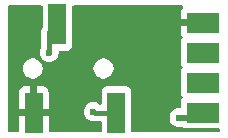
<source format=gbr>
%TF.GenerationSoftware,KiCad,Pcbnew,8.0.7*%
%TF.CreationDate,2025-02-04T22:08:06-05:00*%
%TF.ProjectId,GSCARTSW_RT4K,47534341-5254-4535-975f-5254344b2e6b,rev?*%
%TF.SameCoordinates,Original*%
%TF.FileFunction,Copper,L1,Top*%
%TF.FilePolarity,Positive*%
%FSLAX46Y46*%
G04 Gerber Fmt 4.6, Leading zero omitted, Abs format (unit mm)*
G04 Created by KiCad (PCBNEW 8.0.7) date 2025-02-04 22:08:06*
%MOMM*%
%LPD*%
G01*
G04 APERTURE LIST*
%TA.AperFunction,SMDPad,CuDef*%
%ADD10R,2.700000X1.700000*%
%TD*%
%TA.AperFunction,SMDPad,CuDef*%
%ADD11R,1.500000X3.500000*%
%TD*%
%TA.AperFunction,ViaPad*%
%ADD12C,0.600000*%
%TD*%
%TA.AperFunction,Conductor*%
%ADD13C,0.500000*%
%TD*%
%TA.AperFunction,Conductor*%
%ADD14C,0.400000*%
%TD*%
G04 APERTURE END LIST*
D10*
%TO.P,J1,1,Pin_1*%
%TO.N,GND*%
X145000000Y-105200000D03*
%TO.P,J1,2,Pin_2*%
%TO.N,unconnected-(J1-Pin_2-Pad2)*%
X145000000Y-107740000D03*
%TO.P,J1,3,Pin_3*%
%TO.N,unconnected-(J1-Pin_3-Pad3)*%
X145000000Y-110280000D03*
%TO.P,J1,4,Pin_4*%
%TO.N,+5V*%
X145000000Y-112820000D03*
%TD*%
D11*
%TO.P,J2,1*%
%TO.N,GND*%
X130700000Y-112845000D03*
%TO.P,J2,2*%
%TO.N,RX*%
X132700000Y-105345000D03*
%TO.P,J2,3*%
%TO.N,TX*%
X137700000Y-112845000D03*
%TD*%
D12*
%TO.N,TX*%
X135750020Y-112750000D03*
%TO.N,RX*%
X132000000Y-107750010D03*
%TO.N,GND*%
X129000000Y-113100000D03*
X139500000Y-110000000D03*
X139500000Y-111000000D03*
X132400000Y-113100000D03*
X129000000Y-114000000D03*
X139200000Y-105200000D03*
X141200000Y-104800000D03*
X135250000Y-105250000D03*
X129200000Y-104900000D03*
X134500000Y-105250000D03*
X132400000Y-112200000D03*
X129000000Y-111250000D03*
X137700000Y-110100000D03*
X130800000Y-104900000D03*
X129000000Y-112200000D03*
X136000000Y-105250000D03*
X139200000Y-106700000D03*
X132400000Y-111250000D03*
X132400000Y-114000000D03*
X136000000Y-106750000D03*
%TO.N,+5V*%
X142999992Y-113250000D03*
%TD*%
D13*
%TO.N,+5V*%
X144570000Y-113250000D02*
X142999992Y-113250000D01*
X145000000Y-112820000D02*
X144570000Y-113250000D01*
D14*
%TO.N,TX*%
X137700000Y-112845000D02*
X135845020Y-112845000D01*
X135845020Y-112845000D02*
X135750020Y-112750000D01*
%TO.N,RX*%
X132000000Y-106045000D02*
X132000000Y-107750010D01*
X132700000Y-105345000D02*
X132000000Y-106045000D01*
%TD*%
%TA.AperFunction,Conductor*%
%TO.N,GND*%
G36*
X131392539Y-103770185D02*
G01*
X131438294Y-103822989D01*
X131449500Y-103874500D01*
X131449500Y-105570398D01*
X131429815Y-105637437D01*
X131428603Y-105639287D01*
X131403531Y-105676811D01*
X131403531Y-105676812D01*
X131379227Y-105713185D01*
X131379223Y-105713192D01*
X131326420Y-105840671D01*
X131326418Y-105840677D01*
X131299500Y-105976004D01*
X131299500Y-107324517D01*
X131280494Y-107390488D01*
X131274209Y-107400489D01*
X131214633Y-107570747D01*
X131214630Y-107570760D01*
X131194435Y-107750006D01*
X131194435Y-107750013D01*
X131214630Y-107929259D01*
X131214631Y-107929264D01*
X131274211Y-108099533D01*
X131370184Y-108252272D01*
X131497738Y-108379826D01*
X131650478Y-108475799D01*
X131820745Y-108535378D01*
X131820750Y-108535379D01*
X131999996Y-108555575D01*
X132000000Y-108555575D01*
X132000004Y-108555575D01*
X132179249Y-108535379D01*
X132179252Y-108535378D01*
X132179255Y-108535378D01*
X132349522Y-108475799D01*
X132502262Y-108379826D01*
X132629816Y-108252272D01*
X132725789Y-108099532D01*
X132785368Y-107929265D01*
X132805565Y-107750010D01*
X132805565Y-107750006D01*
X132805565Y-107750005D01*
X132803692Y-107733381D01*
X132815747Y-107664560D01*
X132863096Y-107613181D01*
X132926912Y-107595499D01*
X133497871Y-107595499D01*
X133497872Y-107595499D01*
X133557483Y-107589091D01*
X133692331Y-107538796D01*
X133807546Y-107452546D01*
X133893796Y-107337331D01*
X133944091Y-107202483D01*
X133950500Y-107142873D01*
X133950499Y-103874499D01*
X133970184Y-103807461D01*
X134022988Y-103761706D01*
X134074499Y-103750500D01*
X143243940Y-103750500D01*
X143310979Y-103770185D01*
X143356734Y-103822989D01*
X143366678Y-103892147D01*
X143337653Y-103955703D01*
X143318252Y-103973766D01*
X143292809Y-103992812D01*
X143206649Y-104107906D01*
X143206645Y-104107913D01*
X143156403Y-104242620D01*
X143156401Y-104242627D01*
X143150000Y-104302155D01*
X143150000Y-104900000D01*
X144876000Y-104900000D01*
X144943039Y-104919685D01*
X144988794Y-104972489D01*
X145000000Y-105024000D01*
X145000000Y-105376000D01*
X144980315Y-105443039D01*
X144927511Y-105488794D01*
X144876000Y-105500000D01*
X143150000Y-105500000D01*
X143150000Y-106097844D01*
X143156401Y-106157372D01*
X143156403Y-106157379D01*
X143206645Y-106292086D01*
X143206646Y-106292088D01*
X143283890Y-106395272D01*
X143308307Y-106460736D01*
X143293456Y-106529009D01*
X143283890Y-106543894D01*
X143206204Y-106647669D01*
X143206202Y-106647671D01*
X143155908Y-106782517D01*
X143149501Y-106842116D01*
X143149500Y-106842135D01*
X143149500Y-108637870D01*
X143149501Y-108637876D01*
X143155908Y-108697483D01*
X143206202Y-108832328D01*
X143206203Y-108832330D01*
X143283578Y-108935689D01*
X143307995Y-109001153D01*
X143293144Y-109069426D01*
X143283578Y-109084311D01*
X143206203Y-109187669D01*
X143206202Y-109187671D01*
X143155908Y-109322517D01*
X143149501Y-109382116D01*
X143149500Y-109382135D01*
X143149500Y-111177870D01*
X143149501Y-111177876D01*
X143155908Y-111237483D01*
X143206202Y-111372328D01*
X143206203Y-111372330D01*
X143283578Y-111475689D01*
X143307995Y-111541153D01*
X143293144Y-111609426D01*
X143283578Y-111624311D01*
X143206203Y-111727669D01*
X143206202Y-111727671D01*
X143155908Y-111862517D01*
X143149501Y-111922116D01*
X143149500Y-111922135D01*
X143149500Y-112322524D01*
X143129815Y-112389563D01*
X143077011Y-112435318D01*
X143011620Y-112445745D01*
X143005583Y-112445065D01*
X142999992Y-112444435D01*
X142999991Y-112444435D01*
X142999988Y-112444435D01*
X142820742Y-112464630D01*
X142820737Y-112464631D01*
X142650468Y-112524211D01*
X142497729Y-112620184D01*
X142370176Y-112747737D01*
X142274203Y-112900476D01*
X142214623Y-113070745D01*
X142214622Y-113070750D01*
X142194427Y-113249996D01*
X142194427Y-113250003D01*
X142214622Y-113429249D01*
X142214623Y-113429254D01*
X142274203Y-113599523D01*
X142318173Y-113669500D01*
X142370176Y-113752262D01*
X142497730Y-113879816D01*
X142650470Y-113975789D01*
X142788655Y-114024142D01*
X142820737Y-114035368D01*
X142820742Y-114035369D01*
X142999988Y-114055565D01*
X142999992Y-114055565D01*
X142999996Y-114055565D01*
X143179238Y-114035369D01*
X143179237Y-114035369D01*
X143179247Y-114035368D01*
X143201144Y-114027705D01*
X143270920Y-114024142D01*
X143316410Y-114045480D01*
X143407664Y-114113793D01*
X143407671Y-114113797D01*
X143542517Y-114164091D01*
X143542516Y-114164091D01*
X143549444Y-114164835D01*
X143602127Y-114170500D01*
X146375500Y-114170499D01*
X146442539Y-114190184D01*
X146488294Y-114242987D01*
X146499500Y-114294499D01*
X146499500Y-114375500D01*
X146479815Y-114442539D01*
X146427011Y-114488294D01*
X146375500Y-114499500D01*
X139074500Y-114499500D01*
X139007461Y-114479815D01*
X138961706Y-114427011D01*
X138950500Y-114375500D01*
X138950499Y-111047129D01*
X138950498Y-111047123D01*
X138950497Y-111047116D01*
X138944091Y-110987517D01*
X138893884Y-110852906D01*
X138893797Y-110852671D01*
X138893793Y-110852664D01*
X138807547Y-110737455D01*
X138807544Y-110737452D01*
X138692335Y-110651206D01*
X138692328Y-110651202D01*
X138557482Y-110600908D01*
X138557483Y-110600908D01*
X138497883Y-110594501D01*
X138497881Y-110594500D01*
X138497873Y-110594500D01*
X138497864Y-110594500D01*
X136902129Y-110594500D01*
X136902123Y-110594501D01*
X136842516Y-110600908D01*
X136707671Y-110651202D01*
X136707664Y-110651206D01*
X136592455Y-110737452D01*
X136592452Y-110737455D01*
X136506206Y-110852664D01*
X136506202Y-110852671D01*
X136455908Y-110987517D01*
X136449501Y-111047116D01*
X136449501Y-111047123D01*
X136449500Y-111047135D01*
X136449500Y-112019971D01*
X136429815Y-112087010D01*
X136377011Y-112132765D01*
X136307853Y-112142709D01*
X136259484Y-112121809D01*
X136258178Y-112123889D01*
X136099543Y-112024211D01*
X135929274Y-111964631D01*
X135929269Y-111964630D01*
X135750024Y-111944435D01*
X135750016Y-111944435D01*
X135570770Y-111964630D01*
X135570765Y-111964631D01*
X135400496Y-112024211D01*
X135247757Y-112120184D01*
X135120204Y-112247737D01*
X135024231Y-112400476D01*
X134964651Y-112570745D01*
X134964650Y-112570750D01*
X134944455Y-112749996D01*
X134944455Y-112750003D01*
X134964650Y-112929249D01*
X134964651Y-112929254D01*
X135024231Y-113099523D01*
X135118780Y-113249996D01*
X135120204Y-113252262D01*
X135247758Y-113379816D01*
X135400498Y-113475789D01*
X135570765Y-113535368D01*
X135570770Y-113535369D01*
X135750016Y-113555565D01*
X135750020Y-113555565D01*
X135750023Y-113555565D01*
X135832427Y-113546280D01*
X135846311Y-113545500D01*
X136325501Y-113545500D01*
X136392540Y-113565185D01*
X136438295Y-113617989D01*
X136449501Y-113669500D01*
X136449501Y-114375500D01*
X136429816Y-114442539D01*
X136377012Y-114488294D01*
X136325501Y-114499500D01*
X132074000Y-114499500D01*
X132006961Y-114479815D01*
X131961206Y-114427011D01*
X131950000Y-114375500D01*
X131950000Y-113145000D01*
X129450000Y-113145000D01*
X129450000Y-114375500D01*
X129430315Y-114442539D01*
X129377511Y-114488294D01*
X129326000Y-114499500D01*
X128624500Y-114499500D01*
X128557461Y-114479815D01*
X128511706Y-114427011D01*
X128500500Y-114375500D01*
X128500500Y-111047155D01*
X129450000Y-111047155D01*
X129450000Y-112545000D01*
X130400000Y-112545000D01*
X131000000Y-112545000D01*
X131950000Y-112545000D01*
X131950000Y-111047172D01*
X131949999Y-111047155D01*
X131943598Y-110987627D01*
X131943596Y-110987620D01*
X131893354Y-110852913D01*
X131893350Y-110852906D01*
X131807190Y-110737812D01*
X131807187Y-110737809D01*
X131692093Y-110651649D01*
X131692086Y-110651645D01*
X131557379Y-110601403D01*
X131557372Y-110601401D01*
X131497844Y-110595000D01*
X131000000Y-110595000D01*
X131000000Y-112545000D01*
X130400000Y-112545000D01*
X130400000Y-110595000D01*
X129902155Y-110595000D01*
X129842627Y-110601401D01*
X129842620Y-110601403D01*
X129707913Y-110651645D01*
X129707906Y-110651649D01*
X129592812Y-110737809D01*
X129592809Y-110737812D01*
X129506649Y-110852906D01*
X129506645Y-110852913D01*
X129456403Y-110987620D01*
X129456401Y-110987627D01*
X129450000Y-111047155D01*
X128500500Y-111047155D01*
X128500500Y-109011228D01*
X129749500Y-109011228D01*
X129749500Y-109178771D01*
X129782182Y-109343074D01*
X129782184Y-109343082D01*
X129846295Y-109497860D01*
X129939373Y-109637162D01*
X130057837Y-109755626D01*
X130150494Y-109817537D01*
X130197137Y-109848703D01*
X130351918Y-109912816D01*
X130516228Y-109945499D01*
X130516232Y-109945500D01*
X130516233Y-109945500D01*
X130683768Y-109945500D01*
X130683769Y-109945499D01*
X130848082Y-109912816D01*
X131002863Y-109848703D01*
X131142162Y-109755626D01*
X131260626Y-109637162D01*
X131353703Y-109497863D01*
X131417816Y-109343082D01*
X131450500Y-109178767D01*
X131450500Y-109011233D01*
X131450499Y-109011228D01*
X135749500Y-109011228D01*
X135749500Y-109178771D01*
X135782182Y-109343074D01*
X135782184Y-109343082D01*
X135846295Y-109497860D01*
X135939373Y-109637162D01*
X136057837Y-109755626D01*
X136150494Y-109817537D01*
X136197137Y-109848703D01*
X136351918Y-109912816D01*
X136516228Y-109945499D01*
X136516232Y-109945500D01*
X136516233Y-109945500D01*
X136683768Y-109945500D01*
X136683769Y-109945499D01*
X136848082Y-109912816D01*
X137002863Y-109848703D01*
X137142162Y-109755626D01*
X137260626Y-109637162D01*
X137353703Y-109497863D01*
X137417816Y-109343082D01*
X137450500Y-109178767D01*
X137450500Y-109011233D01*
X137417816Y-108846918D01*
X137368227Y-108727201D01*
X137353704Y-108692139D01*
X137260626Y-108552837D01*
X137142162Y-108434373D01*
X137002860Y-108341295D01*
X136848082Y-108277184D01*
X136848074Y-108277182D01*
X136683771Y-108244500D01*
X136683767Y-108244500D01*
X136516233Y-108244500D01*
X136516228Y-108244500D01*
X136351925Y-108277182D01*
X136351917Y-108277184D01*
X136197139Y-108341295D01*
X136057837Y-108434373D01*
X135939373Y-108552837D01*
X135846295Y-108692139D01*
X135782184Y-108846917D01*
X135782182Y-108846925D01*
X135749500Y-109011228D01*
X131450499Y-109011228D01*
X131417816Y-108846918D01*
X131368227Y-108727201D01*
X131353704Y-108692139D01*
X131260626Y-108552837D01*
X131142162Y-108434373D01*
X131002860Y-108341295D01*
X130848082Y-108277184D01*
X130848074Y-108277182D01*
X130683771Y-108244500D01*
X130683767Y-108244500D01*
X130516233Y-108244500D01*
X130516228Y-108244500D01*
X130351925Y-108277182D01*
X130351917Y-108277184D01*
X130197139Y-108341295D01*
X130057837Y-108434373D01*
X129939373Y-108552837D01*
X129846295Y-108692139D01*
X129782184Y-108846917D01*
X129782182Y-108846925D01*
X129749500Y-109011228D01*
X128500500Y-109011228D01*
X128500500Y-103874500D01*
X128520185Y-103807461D01*
X128572989Y-103761706D01*
X128624500Y-103750500D01*
X131325500Y-103750500D01*
X131392539Y-103770185D01*
G37*
%TD.AperFunction*%
%TD*%
M02*

</source>
